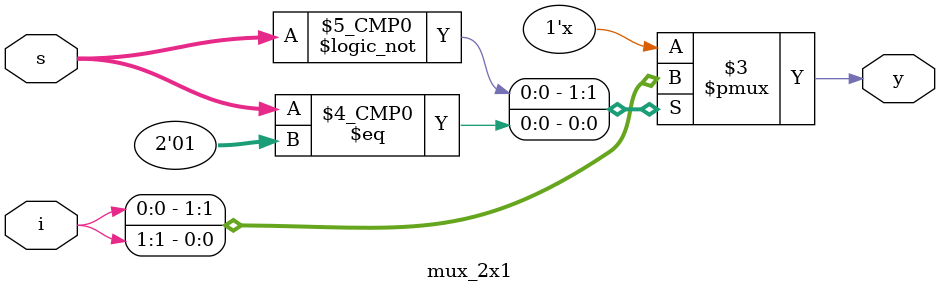
<source format=v>
module mux_2x1 (
    input [1:0]i,s,output reg y
);

always @(*) begin

case (s)
    1'b0: y=i[0];
    1'b1: y=i[1];
    default: y=1'bx;
endcase

end

    
endmodule
</source>
